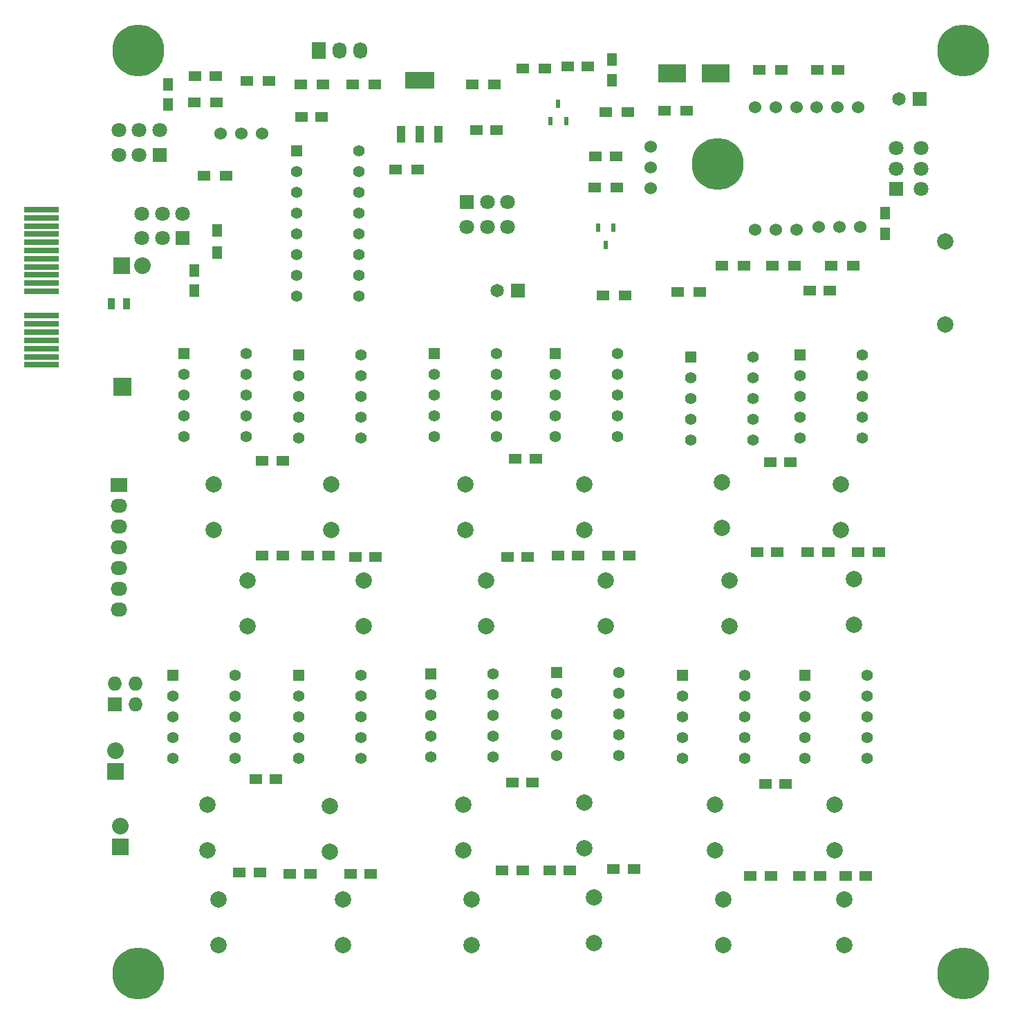
<source format=gts>
%FSLAX46Y46*%
G04 Gerber Fmt 4.6, Leading zero omitted, Abs format (unit mm)*
G04 Created by KiCad (PCBNEW (2014-10-27 BZR 5228)-product) date 12/17/2014 3:51:32 PM*
%MOMM*%
G01*
G04 APERTURE LIST*
%ADD10C,0.100000*%
%ADD11R,4.200000X0.700000*%
%ADD12C,1.998980*%
%ADD13C,1.524000*%
%ADD14R,1.800000X1.800000*%
%ADD15C,1.800000*%
%ADD16C,6.350000*%
%ADD17R,1.500000X1.250000*%
%ADD18R,1.250000X1.500000*%
%ADD19R,1.500000X1.300000*%
%ADD20R,1.300000X1.500000*%
%ADD21R,2.032000X2.032000*%
%ADD22O,2.032000X2.032000*%
%ADD23R,1.651000X1.651000*%
%ADD24C,1.651000*%
%ADD25R,3.500120X2.301240*%
%ADD26R,0.599440X1.000760*%
%ADD27R,3.657600X2.032000*%
%ADD28R,1.016000X2.032000*%
%ADD29R,0.889000X1.397000*%
%ADD30R,2.235200X2.235200*%
%ADD31R,1.727200X1.727200*%
%ADD32O,1.727200X1.727200*%
%ADD33R,1.397000X1.397000*%
%ADD34C,1.397000*%
%ADD35R,1.727200X2.032000*%
%ADD36O,1.727200X2.032000*%
%ADD37R,2.032000X1.727200*%
%ADD38O,2.032000X1.727200*%
G04 APERTURE END LIST*
D10*
D11*
X66700000Y-56700000D03*
X66700000Y-57700000D03*
X66700000Y-58700000D03*
X66700000Y-59700000D03*
X66700000Y-60700000D03*
X66700000Y-61700000D03*
X66700000Y-62700000D03*
X66700000Y-63700000D03*
X66700000Y-64700000D03*
X66700000Y-65700000D03*
X66700000Y-66700000D03*
X66700000Y-69700000D03*
X66700000Y-70700000D03*
X66700000Y-71700000D03*
X66700000Y-72700000D03*
X66700000Y-73700000D03*
X66700000Y-74700000D03*
X66700000Y-75700000D03*
D12*
X87804000Y-95892000D03*
X87804000Y-90304000D03*
X118604000Y-95892000D03*
X118604000Y-90304000D03*
X150004000Y-95692000D03*
X150004000Y-90104000D03*
X87004000Y-135092000D03*
X87004000Y-129504000D03*
X118404000Y-135092000D03*
X118404000Y-129504000D03*
X149204000Y-135092000D03*
X149204000Y-129504000D03*
X102196000Y-90308000D03*
X102196000Y-95896000D03*
D13*
X156600000Y-59200000D03*
X159140000Y-59200000D03*
X154060000Y-59200000D03*
X164200000Y-44200000D03*
X161660000Y-44200000D03*
X166740000Y-44200000D03*
D14*
X81200000Y-50000000D03*
D15*
X78700000Y-50000000D03*
X81200000Y-47000000D03*
X76200000Y-50000000D03*
X76200000Y-47000000D03*
X78700000Y-47000000D03*
D14*
X84000000Y-60200000D03*
D15*
X81500000Y-60200000D03*
X84000000Y-57200000D03*
X79000000Y-60200000D03*
X79000000Y-57200000D03*
X81500000Y-57200000D03*
D14*
X118800000Y-55800000D03*
D15*
X121300000Y-55800000D03*
X118800000Y-58800000D03*
X123800000Y-55800000D03*
X123800000Y-58800000D03*
X121300000Y-58800000D03*
D16*
X149500000Y-51100000D03*
D17*
X88050000Y-40400000D03*
X85550000Y-40400000D03*
D18*
X82200000Y-43850000D03*
X82200000Y-41350000D03*
X85400000Y-64150000D03*
X85400000Y-66650000D03*
D17*
X131150000Y-39200000D03*
X133650000Y-39200000D03*
X101050000Y-45400000D03*
X98550000Y-45400000D03*
D18*
X136600000Y-40850000D03*
X136600000Y-38350000D03*
D17*
X161750000Y-39600000D03*
X164250000Y-39600000D03*
X119950000Y-47000000D03*
X122450000Y-47000000D03*
X160750000Y-66600000D03*
X163250000Y-66600000D03*
D18*
X170000000Y-57150000D03*
X170000000Y-59650000D03*
D17*
X134550000Y-50200000D03*
X137050000Y-50200000D03*
X124750000Y-87200000D03*
X127250000Y-87200000D03*
X155950000Y-87600000D03*
X158450000Y-87600000D03*
X92950000Y-126400000D03*
X95450000Y-126400000D03*
X124350000Y-126800000D03*
X126850000Y-126800000D03*
X155350000Y-127000000D03*
X157850000Y-127000000D03*
X93750000Y-99000000D03*
X96250000Y-99000000D03*
X123750000Y-99200000D03*
X126250000Y-99200000D03*
X90950000Y-137800000D03*
X93450000Y-137800000D03*
D19*
X89350000Y-52600000D03*
X86650000Y-52600000D03*
X88150000Y-43600000D03*
X85450000Y-43600000D03*
D20*
X88200000Y-59250000D03*
X88200000Y-61950000D03*
D19*
X91850000Y-41000000D03*
X94550000Y-41000000D03*
X125650000Y-39400000D03*
X128350000Y-39400000D03*
X112750000Y-51800000D03*
X110050000Y-51800000D03*
X101150000Y-41400000D03*
X98450000Y-41400000D03*
X138550000Y-44800000D03*
X135850000Y-44800000D03*
X107550000Y-41400000D03*
X104850000Y-41400000D03*
X145750000Y-44600000D03*
X143050000Y-44600000D03*
X122150000Y-41400000D03*
X119450000Y-41400000D03*
X144650000Y-66800000D03*
X147350000Y-66800000D03*
X158950000Y-63600000D03*
X156250000Y-63600000D03*
X152750000Y-63600000D03*
X150050000Y-63600000D03*
X166150000Y-63600000D03*
X163450000Y-63600000D03*
X154650000Y-39600000D03*
X157350000Y-39600000D03*
X134450000Y-54000000D03*
X137150000Y-54000000D03*
X135450000Y-67200000D03*
X138150000Y-67200000D03*
D21*
X76400000Y-134670000D03*
D22*
X76400000Y-132130000D03*
D21*
X76530000Y-63600000D03*
D22*
X79070000Y-63600000D03*
D23*
X125070000Y-66600000D03*
D24*
X122530000Y-66600000D03*
D23*
X174270000Y-43200000D03*
D24*
X171730000Y-43200000D03*
D17*
X123150000Y-137600000D03*
X125650000Y-137600000D03*
X153550000Y-138200000D03*
X156050000Y-138200000D03*
X99350000Y-99000000D03*
X101850000Y-99000000D03*
X129950000Y-99000000D03*
X132450000Y-99000000D03*
X160550000Y-98600000D03*
X163050000Y-98600000D03*
X97150000Y-138000000D03*
X99650000Y-138000000D03*
X128950000Y-137600000D03*
X131450000Y-137600000D03*
X159550000Y-138200000D03*
X162050000Y-138200000D03*
X105150000Y-99200000D03*
X107650000Y-99200000D03*
X136150000Y-99000000D03*
X138650000Y-99000000D03*
X166750000Y-98600000D03*
X169250000Y-98600000D03*
X104550000Y-138000000D03*
X107050000Y-138000000D03*
X136750000Y-137400000D03*
X139250000Y-137400000D03*
X165150000Y-138200000D03*
X167650000Y-138200000D03*
D25*
X149300020Y-40000000D03*
X143899980Y-40000000D03*
D12*
X133196000Y-90308000D03*
X133196000Y-95896000D03*
X101996000Y-129708000D03*
X101996000Y-135296000D03*
X133196000Y-129308000D03*
X133196000Y-134896000D03*
X163796000Y-129508000D03*
X163796000Y-135096000D03*
X91996000Y-102108000D03*
X91996000Y-107696000D03*
X121196000Y-102108000D03*
X121196000Y-107696000D03*
X150996000Y-102108000D03*
X150996000Y-107696000D03*
X88396000Y-141108000D03*
X88396000Y-146696000D03*
X119396000Y-141108000D03*
X119396000Y-146696000D03*
X150196000Y-141108000D03*
X150196000Y-146696000D03*
X106204000Y-107692000D03*
X106204000Y-102104000D03*
X135804000Y-107692000D03*
X135804000Y-102104000D03*
X166204000Y-107492000D03*
X166204000Y-101904000D03*
X103604000Y-146692000D03*
X103604000Y-141104000D03*
X134404000Y-146492000D03*
X134404000Y-140904000D03*
X165004000Y-146692000D03*
X165004000Y-141104000D03*
D13*
X91200000Y-47400000D03*
X93740000Y-47400000D03*
X88660000Y-47400000D03*
D26*
X129047500Y-45856640D03*
X130000000Y-43743360D03*
X130952500Y-45856640D03*
D27*
X113000000Y-40898000D03*
D28*
X113000000Y-47502000D03*
X115286000Y-47502000D03*
X110714000Y-47502000D03*
D13*
X141300000Y-51500000D03*
X141300000Y-54040000D03*
X141300000Y-48960000D03*
D26*
X136752500Y-58943360D03*
X135800000Y-61056640D03*
X134847500Y-58943360D03*
D13*
X164400000Y-58800000D03*
X166940000Y-58800000D03*
X161860000Y-58800000D03*
X156600000Y-44200000D03*
X154060000Y-44200000D03*
X159140000Y-44200000D03*
D12*
X177400000Y-60598740D03*
X177400000Y-70758740D03*
X164596000Y-90308000D03*
X164596000Y-95896000D03*
D17*
X93750000Y-87400000D03*
X96250000Y-87400000D03*
X154350000Y-98600000D03*
X156850000Y-98600000D03*
D29*
X75247500Y-68200000D03*
X77152500Y-68200000D03*
D30*
X76600000Y-78400000D03*
D31*
X75730000Y-117270000D03*
D32*
X78270000Y-117270000D03*
X75730000Y-114730000D03*
X78270000Y-114730000D03*
D14*
X171400000Y-54200000D03*
D15*
X171400000Y-51700000D03*
X174400000Y-54200000D03*
X171400000Y-49200000D03*
X174400000Y-49200000D03*
X174400000Y-51700000D03*
D33*
X84190000Y-74320000D03*
D34*
X84190000Y-76860000D03*
X84190000Y-79400000D03*
X84190000Y-81940000D03*
X84190000Y-84480000D03*
X91810000Y-84480000D03*
X91810000Y-81940000D03*
X91810000Y-79400000D03*
X91810000Y-76860000D03*
X91810000Y-74320000D03*
D33*
X114790000Y-74320000D03*
D34*
X114790000Y-76860000D03*
X114790000Y-79400000D03*
X114790000Y-81940000D03*
X114790000Y-84480000D03*
X122410000Y-84480000D03*
X122410000Y-81940000D03*
X122410000Y-79400000D03*
X122410000Y-76860000D03*
X122410000Y-74320000D03*
D33*
X146190000Y-74720000D03*
D34*
X146190000Y-77260000D03*
X146190000Y-79800000D03*
X146190000Y-82340000D03*
X146190000Y-84880000D03*
X153810000Y-84880000D03*
X153810000Y-82340000D03*
X153810000Y-79800000D03*
X153810000Y-77260000D03*
X153810000Y-74720000D03*
D33*
X82790000Y-113720000D03*
D34*
X82790000Y-116260000D03*
X82790000Y-118800000D03*
X82790000Y-121340000D03*
X82790000Y-123880000D03*
X90410000Y-123880000D03*
X90410000Y-121340000D03*
X90410000Y-118800000D03*
X90410000Y-116260000D03*
X90410000Y-113720000D03*
D33*
X114390000Y-113520000D03*
D34*
X114390000Y-116060000D03*
X114390000Y-118600000D03*
X114390000Y-121140000D03*
X114390000Y-123680000D03*
X122010000Y-123680000D03*
X122010000Y-121140000D03*
X122010000Y-118600000D03*
X122010000Y-116060000D03*
X122010000Y-113520000D03*
D33*
X145190000Y-113720000D03*
D34*
X145190000Y-116260000D03*
X145190000Y-118800000D03*
X145190000Y-121340000D03*
X145190000Y-123880000D03*
X152810000Y-123880000D03*
X152810000Y-121340000D03*
X152810000Y-118800000D03*
X152810000Y-116260000D03*
X152810000Y-113720000D03*
D33*
X98190000Y-74520000D03*
D34*
X98190000Y-77060000D03*
X98190000Y-79600000D03*
X98190000Y-82140000D03*
X98190000Y-84680000D03*
X105810000Y-84680000D03*
X105810000Y-82140000D03*
X105810000Y-79600000D03*
X105810000Y-77060000D03*
X105810000Y-74520000D03*
D33*
X129590000Y-74320000D03*
D34*
X129590000Y-76860000D03*
X129590000Y-79400000D03*
X129590000Y-81940000D03*
X129590000Y-84480000D03*
X137210000Y-84480000D03*
X137210000Y-81940000D03*
X137210000Y-79400000D03*
X137210000Y-76860000D03*
X137210000Y-74320000D03*
D33*
X159590000Y-74520000D03*
D34*
X159590000Y-77060000D03*
X159590000Y-79600000D03*
X159590000Y-82140000D03*
X159590000Y-84680000D03*
X167210000Y-84680000D03*
X167210000Y-82140000D03*
X167210000Y-79600000D03*
X167210000Y-77060000D03*
X167210000Y-74520000D03*
D33*
X98190000Y-113720000D03*
D34*
X98190000Y-116260000D03*
X98190000Y-118800000D03*
X98190000Y-121340000D03*
X98190000Y-123880000D03*
X105810000Y-123880000D03*
X105810000Y-121340000D03*
X105810000Y-118800000D03*
X105810000Y-116260000D03*
X105810000Y-113720000D03*
D33*
X129790000Y-113320000D03*
D34*
X129790000Y-115860000D03*
X129790000Y-118400000D03*
X129790000Y-120940000D03*
X129790000Y-123480000D03*
X137410000Y-123480000D03*
X137410000Y-120940000D03*
X137410000Y-118400000D03*
X137410000Y-115860000D03*
X137410000Y-113320000D03*
D33*
X160190000Y-113720000D03*
D34*
X160190000Y-116260000D03*
X160190000Y-118800000D03*
X160190000Y-121340000D03*
X160190000Y-123880000D03*
X167810000Y-123880000D03*
X167810000Y-121340000D03*
X167810000Y-118800000D03*
X167810000Y-116260000D03*
X167810000Y-113720000D03*
D33*
X97990000Y-49510000D03*
D34*
X97990000Y-52050000D03*
X97990000Y-54590000D03*
X97990000Y-57130000D03*
X97990000Y-59670000D03*
X97990000Y-62210000D03*
X97990000Y-64750000D03*
X97990000Y-67290000D03*
X105610000Y-67290000D03*
X105610000Y-64750000D03*
X105610000Y-62210000D03*
X105610000Y-59670000D03*
X105610000Y-57130000D03*
X105610000Y-54590000D03*
X105610000Y-52050000D03*
X105610000Y-49510000D03*
D16*
X179600000Y-37200000D03*
X78600000Y-37200000D03*
X78600000Y-150200000D03*
X179600000Y-150200000D03*
D21*
X75800000Y-125470000D03*
D22*
X75800000Y-122930000D03*
D35*
X100660000Y-37200000D03*
D36*
X103200000Y-37200000D03*
X105740000Y-37200000D03*
D37*
X76200000Y-90380000D03*
D38*
X76200000Y-92920000D03*
X76200000Y-95460000D03*
X76200000Y-98000000D03*
X76200000Y-100540000D03*
X76200000Y-103080000D03*
X76200000Y-105620000D03*
M02*

</source>
